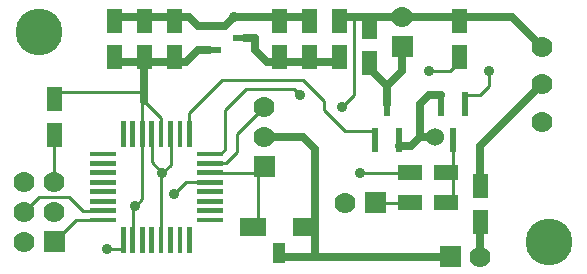
<source format=gbr>
G04 start of page 2 for group 0 idx 0 *
G04 Title: (unknown), top *
G04 Creator: pcb 20140316 *
G04 CreationDate: Mon 07 Sep 2020 04:57:56 PM GMT UTC *
G04 For: thomasc *
G04 Format: Gerber/RS-274X *
G04 PCB-Dimensions (mil): 2000.00 1000.00 *
G04 PCB-Coordinate-Origin: lower left *
%MOIN*%
%FSLAX25Y25*%
%LNTOP*%
%ADD26C,0.1520*%
%ADD25C,0.0420*%
%ADD24C,0.0350*%
%ADD23C,0.0200*%
%ADD22C,0.0600*%
%ADD21C,0.0360*%
%ADD20R,0.0200X0.0200*%
%ADD19R,0.0500X0.0500*%
%ADD18R,0.0400X0.0400*%
%ADD17R,0.0600X0.0600*%
%ADD16R,0.0157X0.0157*%
%ADD15C,0.1560*%
%ADD14C,0.0001*%
%ADD13C,0.0700*%
%ADD12C,0.0100*%
%ADD11C,0.0250*%
G54D11*X68000Y87000D02*X77000D01*
X80000Y90000D01*
G54D12*X77000Y59000D02*X84000Y66000D01*
G54D11*X83500Y83000D02*X87000D01*
Y79000D01*
X80000Y90000D02*X105000D01*
X115000D02*X172500D01*
X182500Y80000D01*
X145000Y64000D02*X149000D01*
G54D12*X145000Y72000D02*X152000D01*
X155000Y75000D01*
X157000Y64000D02*X162000D01*
X165000Y67000D01*
Y72000D01*
X120000Y90000D02*Y64000D01*
G54D11*X162000Y47000D02*X182500Y67500D01*
X139000Y47000D02*X142000Y50000D01*
X147000D02*X142000D01*
G54D12*X127000Y28000D02*X137000D01*
X122000Y38000D02*X137000D01*
G54D11*X142000Y50000D02*Y61000D01*
G54D12*X153000Y47000D02*Y28000D01*
G54D11*X162000Y10000D02*Y21500D01*
Y33500D02*Y47000D01*
X103000Y50000D02*X90000D01*
X107000Y46000D02*X103000Y50000D01*
G54D12*X116000Y60000D02*X120000Y64000D01*
X110000Y59000D02*X117000Y52000D01*
X127000D01*
G54D11*X107000Y10000D02*Y46000D01*
X152000Y10000D02*X95000D01*
X131000Y61000D02*Y67000D01*
X125000Y73000D01*
X136000Y80000D02*Y72000D01*
X131000Y67000D01*
X142000Y61000D02*X145000Y64000D01*
X135000Y47000D02*X139000D01*
X87000Y79000D02*X91000Y75000D01*
G54D12*X84000Y66000D02*X100000D01*
X76000Y69000D02*X103000D01*
G54D11*X91000Y75000D02*X115000D01*
G54D12*X100000Y66000D02*X102000Y64000D01*
X103000Y69000D02*X110000Y62000D01*
Y59000D01*
G54D11*X40000Y90000D02*X65000D01*
X68000Y87000D02*X65000Y90000D01*
X71500Y79000D02*X68000D01*
X40000Y75000D02*X64000D01*
X68000Y79000D02*X64000Y75000D01*
X50000D02*Y62000D01*
G54D12*X49252Y62252D02*X50000Y63000D01*
X20000Y65000D02*X50000D01*
X65000Y58000D02*X76000Y69000D01*
X37500Y12500D02*X43000D01*
X20000Y15000D02*X27303Y22303D01*
X36260D01*
Y25453D02*X29547D01*
X25000Y30000D01*
X15000D01*
X10000Y25000D01*
X46102Y15610D02*Y26102D01*
X20000Y35000D02*Y49000D01*
X46102Y26102D02*X49252Y29252D01*
X71693Y34902D02*X63902D01*
X60000Y31000D01*
X49252Y29252D02*Y51043D01*
X52402D02*Y41598D01*
X56000Y38000D01*
X49252Y51000D02*Y62252D01*
X55551Y51043D02*Y56449D01*
X50000Y62000D01*
X55551Y15610D02*Y37551D01*
X58701Y51043D02*Y40701D01*
X55551Y37551D02*X58701Y40701D01*
X65000Y51043D02*Y58000D01*
X71693Y41201D02*X77201D01*
X81000Y45000D01*
X71693Y44350D02*X75350D01*
X77000Y46000D01*
X71693Y38051D02*X88051D01*
X90000Y40000D01*
X88000Y38000D01*
Y20000D01*
X81000Y45000D02*Y51000D01*
X90000Y60000D01*
X77000Y46000D02*Y59000D01*
G54D13*X182500Y67500D03*
Y80000D03*
Y55000D03*
G54D14*G36*
X132500Y83500D02*Y76500D01*
X139500D01*
Y83500D01*
X132500D01*
G37*
G54D13*X136000Y90000D03*
G54D15*X15000Y85000D03*
G54D13*X10000Y15000D03*
Y25000D03*
Y35000D03*
G54D14*G36*
X16500Y18500D02*Y11500D01*
X23500D01*
Y18500D01*
X16500D01*
G37*
G54D13*X20000Y25000D03*
Y35000D03*
G54D14*G36*
X86500Y43500D02*Y36500D01*
X93500D01*
Y43500D01*
X86500D01*
G37*
G54D13*X90000Y50000D03*
Y60000D03*
G54D15*X185000Y15000D03*
G54D14*G36*
X123500Y31500D02*Y24500D01*
X130500D01*
Y31500D01*
X123500D01*
G37*
G54D13*X117000Y28000D03*
G54D14*G36*
X148500Y13500D02*Y6500D01*
X155500D01*
Y13500D01*
X148500D01*
G37*
G54D13*X162000Y10000D03*
G54D16*X65000Y19154D02*Y12067D01*
X61850Y19154D02*Y12067D01*
X58701Y19154D02*Y12067D01*
X55551Y19154D02*Y12067D01*
X52402Y19154D02*Y12067D01*
X49252Y19154D02*Y12067D01*
X46102Y19154D02*Y12067D01*
X42953Y19154D02*Y12067D01*
G54D17*X85000Y20000D02*X87500D01*
X102500D02*X105000D01*
G54D18*X95000Y12500D02*Y10000D01*
G54D16*X68150Y34902D02*X75236D01*
X68150Y31752D02*X75236D01*
X68150Y28602D02*X75236D01*
X68150Y25453D02*X75236D01*
X68150Y44350D02*X75236D01*
X68150Y41201D02*X75236D01*
X68150Y38051D02*X75236D01*
X68150Y22303D02*X75236D01*
X32717D02*X39803D01*
X32717Y25453D02*X39803D01*
X32717Y28602D02*X39803D01*
X32717Y31752D02*X39803D01*
X32717Y34902D02*X39803D01*
X32717Y38051D02*X39803D01*
X32717Y41201D02*X39803D01*
X46102Y54587D02*Y47500D01*
X49252Y54587D02*Y47500D01*
X52402Y54587D02*Y47500D01*
X55551Y54587D02*Y47500D01*
X58701Y54587D02*Y47500D01*
X61850Y54587D02*Y47500D01*
X65000Y54587D02*Y47500D01*
G54D19*X20000Y52000D02*Y49000D01*
Y64000D02*Y61000D01*
G54D16*X32717Y44350D02*X39803D01*
X42953Y54587D02*Y47500D01*
G54D19*X40000Y78000D02*Y75000D01*
Y90000D02*Y87000D01*
X50000Y78000D02*Y75000D01*
Y90000D02*Y87000D01*
X60000Y78000D02*Y75000D01*
Y90000D02*Y87000D01*
X95000Y78000D02*Y75000D01*
X115000Y78000D02*Y75000D01*
G54D20*X68500Y79000D02*X74500D01*
G54D19*X155000Y78000D02*Y75000D01*
X125000Y76000D02*Y73000D01*
X95000Y90000D02*Y87000D01*
X115000Y90000D02*Y87000D01*
G54D20*X68500D02*X74500D01*
X80500Y83000D02*X86500D01*
G54D19*X155000Y90000D02*Y87000D01*
X125000Y88000D02*Y85000D01*
X105000Y78000D02*Y75000D01*
Y90000D02*Y87000D01*
G54D20*X127000Y52000D02*Y46000D01*
X135000Y52000D02*Y46000D01*
X131000Y64000D02*Y58000D01*
X157000Y64000D02*Y58000D01*
X149000Y64000D02*Y58000D01*
X153000Y52000D02*Y46000D01*
G54D19*X137000Y38000D02*X140000D01*
X137000Y28000D02*X140000D01*
X149000Y38000D02*X152000D01*
X149000Y28000D02*X152000D01*
X162000Y23000D02*Y20000D01*
Y35000D02*Y32000D01*
G54D21*X145000Y72000D03*
G54D22*X147000Y50000D03*
G54D21*X37500Y12500D03*
X47000Y27000D03*
X56000Y38000D03*
X60000Y31000D03*
X165000Y72000D03*
X80000Y90000D03*
X102000Y64000D03*
X116000Y60000D03*
X122000Y38000D03*
G54D23*G54D24*G54D23*G54D25*G54D26*G54D25*G54D26*G54D25*M02*

</source>
